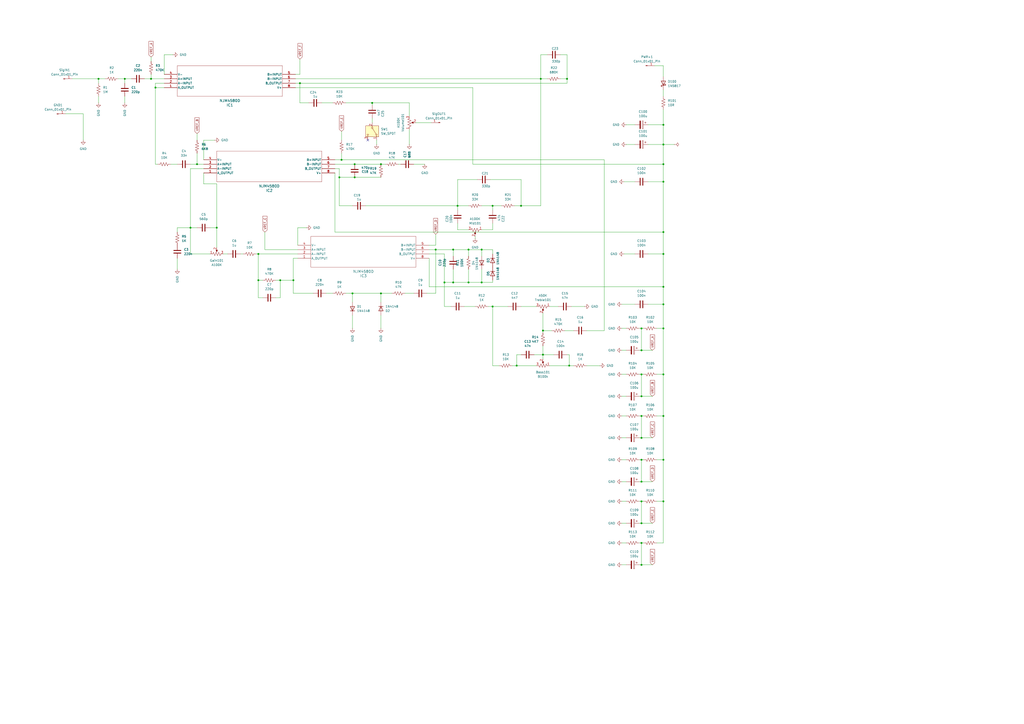
<source format=kicad_sch>
(kicad_sch (version 20250114) (generator "eeschema") (generator_version "9.0")
  (paper "A2")
  (junction (at 372.11 303.53))
  (junction (at 384.81 134.62))
  (junction (at 384.81 217.17))
  (junction (at 384.81 147.32))
  (junction (at 302.26 119.38))
  (junction (at 90.17 50.8))
  (junction (at 173.99 48.26))
  (junction (at 384.81 166.37))
  (junction (at 384.81 190.5))
  (junction (at 205.74 102.87))
  (junction (at 372.11 290.83))
  (junction (at 384.81 290.83))
  (junction (at 125.73 132.08))
  (junction (at 204.47 170.18))
  (junction (at 314.96 205.74))
  (junction (at 372.11 266.7))
  (junction (at 384.81 241.3))
  (junction (at 372.11 241.3))
  (junction (at 372.11 254))
  (junction (at 205.74 95.25))
  (junction (at 110.49 132.08))
  (junction (at 279.4 163.83))
  (junction (at 314.96 191.77))
  (junction (at 384.81 266.7))
  (junction (at 265.43 119.38))
  (junction (at 279.4 144.78))
  (junction (at 162.56 162.56))
  (junction (at 372.11 190.5))
  (junction (at 252.73 144.78))
  (junction (at 384.81 83.82))
  (junction (at 271.78 163.83))
  (junction (at 384.81 105.41))
  (junction (at 262.89 163.83))
  (junction (at 372.11 314.96))
  (junction (at 271.78 144.78))
  (junction (at 220.98 95.25))
  (junction (at 57.15 45.72))
  (junction (at 114.3 95.25))
  (junction (at 257.81 163.83))
  (junction (at 372.11 229.87))
  (junction (at 285.75 119.38))
  (junction (at 384.81 95.25))
  (junction (at 372.11 203.2))
  (junction (at 330.2 212.09))
  (junction (at 372.11 327.66))
  (junction (at 72.39 45.72))
  (junction (at 285.75 177.8))
  (junction (at 372.11 217.17))
  (junction (at 384.81 72.39))
  (junction (at 87.63 45.72))
  (junction (at 328.93 45.72))
  (junction (at 220.98 170.18))
  (junction (at 313.69 45.72))
  (junction (at 372.11 279.4))
  (junction (at 215.9 59.69))
  (junction (at 196.85 102.87))
  (junction (at 149.86 162.56))
  (junction (at 299.72 212.09))
  (junction (at 262.89 144.78))
  (junction (at 198.12 92.71))
  (junction (at 170.18 162.56))
  (junction (at 149.86 147.32))
  (junction (at 384.81 176.53))
  (no_connect (at 213.36 81.28))
  (wire (pts (xy 200.66 170.18) (xy 204.47 170.18)))
  (wire (pts (xy 375.92 83.82) (xy 384.81 83.82)))
  (wire (pts (xy 370.84 229.87) (xy 372.11 229.87)))
  (wire (pts (xy 381 241.3) (xy 384.81 241.3)))
  (wire (pts (xy 384.81 166.37) (xy 248.92 166.37)))
  (wire (pts (xy 331.47 177.8) (xy 339.09 177.8)))
  (wire (pts (xy 360.68 217.17) (xy 363.22 217.17)))
  (wire (pts (xy 173.99 59.69) (xy 173.99 48.26)))
  (wire (pts (xy 252.73 135.89) (xy 252.73 142.24)))
  (wire (pts (xy 375.92 176.53) (xy 384.81 176.53)))
  (wire (pts (xy 252.73 144.78) (xy 262.89 144.78)))
  (wire (pts (xy 360.68 176.53) (xy 368.3 176.53)))
  (wire (pts (xy 372.11 290.83) (xy 373.38 290.83)))
  (wire (pts (xy 257.81 147.32) (xy 257.81 163.83)))
  (wire (pts (xy 153.67 134.62) (xy 153.67 144.78)))
  (wire (pts (xy 271.78 156.21) (xy 271.78 163.83)))
  (wire (pts (xy 318.77 177.8) (xy 323.85 177.8)))
  (wire (pts (xy 265.43 129.54) (xy 265.43 133.35)))
  (wire (pts (xy 275.59 137.16) (xy 275.59 138.43)))
  (wire (pts (xy 313.69 45.72) (xy 313.69 119.38)))
  (wire (pts (xy 340.36 212.09) (xy 347.98 212.09)))
  (wire (pts (xy 215.9 59.69) (xy 237.49 59.69)))
  (wire (pts (xy 257.81 163.83) (xy 257.81 177.8)))
  (wire (pts (xy 148.59 147.32) (xy 149.86 147.32)))
  (wire (pts (xy 234.95 170.18) (xy 240.03 170.18)))
  (wire (pts (xy 220.98 170.18) (xy 220.98 175.26)))
  (wire (pts (xy 205.74 95.25) (xy 220.98 95.25)))
  (wire (pts (xy 330.2 205.74) (xy 330.2 212.09)))
  (wire (pts (xy 372.11 303.53) (xy 372.11 290.83)))
  (wire (pts (xy 313.69 45.72) (xy 317.5 45.72)))
  (wire (pts (xy 198.12 76.2) (xy 198.12 81.28)))
  (wire (pts (xy 205.74 102.87) (xy 220.98 102.87)))
  (wire (pts (xy 162.56 172.72) (xy 160.02 172.72)))
  (wire (pts (xy 328.93 31.75) (xy 325.12 31.75)))
  (wire (pts (xy 172.72 132.08) (xy 177.8 132.08)))
  (wire (pts (xy 271.78 163.83) (xy 262.89 163.83)))
  (wire (pts (xy 372.11 203.2) (xy 378.46 203.2)))
  (wire (pts (xy 72.39 45.72) (xy 76.2 45.72)))
  (wire (pts (xy 68.58 45.72) (xy 72.39 45.72)))
  (wire (pts (xy 90.17 95.25) (xy 91.44 95.25)))
  (wire (pts (xy 118.11 106.68) (xy 125.73 106.68)))
  (wire (pts (xy 375.92 147.32) (xy 384.81 147.32)))
  (wire (pts (xy 252.73 144.78) (xy 248.92 144.78)))
  (wire (pts (xy 384.81 72.39) (xy 384.81 83.82)))
  (wire (pts (xy 262.89 163.83) (xy 257.81 163.83)))
  (wire (pts (xy 370.84 290.83) (xy 372.11 290.83)))
  (wire (pts (xy 360.68 190.5) (xy 363.22 190.5)))
  (wire (pts (xy 309.88 205.74) (xy 314.96 205.74)))
  (wire (pts (xy 186.69 59.69) (xy 193.04 59.69)))
  (wire (pts (xy 372.11 217.17) (xy 373.38 217.17)))
  (wire (pts (xy 285.75 133.35) (xy 285.75 129.54)))
  (wire (pts (xy 271.78 144.78) (xy 271.78 148.59)))
  (wire (pts (xy 173.99 34.29) (xy 173.99 43.18)))
  (wire (pts (xy 248.92 166.37) (xy 248.92 149.86)))
  (wire (pts (xy 149.86 162.56) (xy 149.86 147.32)))
  (wire (pts (xy 274.32 50.8) (xy 171.45 50.8)))
  (wire (pts (xy 372.11 254) (xy 378.46 254)))
  (wire (pts (xy 172.72 149.86) (xy 170.18 149.86)))
  (wire (pts (xy 372.11 327.66) (xy 378.46 327.66)))
  (wire (pts (xy 279.4 133.35) (xy 285.75 133.35)))
  (wire (pts (xy 173.99 48.26) (xy 171.45 48.26)))
  (wire (pts (xy 265.43 119.38) (xy 265.43 121.92)))
  (wire (pts (xy 360.68 254) (xy 363.22 254)))
  (wire (pts (xy 360.68 241.3) (xy 363.22 241.3)))
  (wire (pts (xy 317.5 31.75) (xy 313.69 31.75)))
  (wire (pts (xy 279.4 156.21) (xy 279.4 163.83)))
  (wire (pts (xy 370.84 241.3) (xy 372.11 241.3)))
  (wire (pts (xy 363.22 83.82) (xy 368.3 83.82)))
  (wire (pts (xy 314.96 191.77) (xy 314.96 193.04)))
  (wire (pts (xy 299.72 212.09) (xy 297.18 212.09)))
  (wire (pts (xy 384.81 83.82) (xy 384.81 95.25)))
  (wire (pts (xy 360.68 229.87) (xy 363.22 229.87)))
  (wire (pts (xy 194.31 95.25) (xy 205.74 95.25)))
  (wire (pts (xy 57.15 45.72) (xy 57.15 48.26)))
  (wire (pts (xy 279.4 144.78) (xy 285.75 144.78)))
  (wire (pts (xy 110.49 95.25) (xy 114.3 95.25)))
  (wire (pts (xy 370.84 190.5) (xy 372.11 190.5)))
  (wire (pts (xy 110.49 147.32) (xy 110.49 132.08)))
  (wire (pts (xy 360.68 279.4) (xy 363.22 279.4)))
  (wire (pts (xy 370.84 303.53) (xy 372.11 303.53)))
  (wire (pts (xy 279.4 119.38) (xy 285.75 119.38)))
  (wire (pts (xy 285.75 162.56) (xy 285.75 163.83)))
  (wire (pts (xy 372.11 203.2) (xy 372.11 190.5)))
  (wire (pts (xy 318.77 212.09) (xy 330.2 212.09)))
  (wire (pts (xy 299.72 212.09) (xy 311.15 212.09)))
  (wire (pts (xy 328.93 48.26) (xy 173.99 48.26)))
  (wire (pts (xy 370.84 327.66) (xy 372.11 327.66)))
  (wire (pts (xy 194.31 134.62) (xy 194.31 100.33)))
  (wire (pts (xy 194.31 97.79) (xy 196.85 97.79)))
  (wire (pts (xy 179.07 59.69) (xy 173.99 59.69)))
  (wire (pts (xy 271.78 144.78) (xy 279.4 144.78)))
  (wire (pts (xy 381 266.7) (xy 384.81 266.7)))
  (wire (pts (xy 285.75 163.83) (xy 279.4 163.83)))
  (wire (pts (xy 220.98 182.88) (xy 220.98 190.5)))
  (wire (pts (xy 384.81 105.41) (xy 384.81 134.62)))
  (wire (pts (xy 170.18 162.56) (xy 170.18 170.18)))
  (wire (pts (xy 302.26 119.38) (xy 298.45 119.38)))
  (wire (pts (xy 83.82 45.72) (xy 87.63 45.72)))
  (wire (pts (xy 372.11 327.66) (xy 372.11 314.96)))
  (wire (pts (xy 241.3 71.12) (xy 250.19 71.12)))
  (wire (pts (xy 162.56 162.56) (xy 162.56 172.72)))
  (wire (pts (xy 90.17 50.8) (xy 90.17 95.25)))
  (wire (pts (xy 57.15 45.72) (xy 60.96 45.72)))
  (wire (pts (xy 350.52 191.77) (xy 350.52 92.71)))
  (wire (pts (xy 257.81 177.8) (xy 261.62 177.8)))
  (wire (pts (xy 189.23 170.18) (xy 193.04 170.18)))
  (wire (pts (xy 384.81 241.3) (xy 384.81 266.7)))
  (wire (pts (xy 215.9 68.58) (xy 215.9 71.12)))
  (wire (pts (xy 384.81 290.83) (xy 384.81 314.96)))
  (wire (pts (xy 370.84 203.2) (xy 372.11 203.2)))
  (wire (pts (xy 200.66 59.69) (xy 215.9 59.69)))
  (wire (pts (xy 102.87 132.08) (xy 102.87 134.62)))
  (wire (pts (xy 118.11 100.33) (xy 118.11 106.68)))
  (wire (pts (xy 325.12 45.72) (xy 328.93 45.72)))
  (wire (pts (xy 350.52 92.71) (xy 198.12 92.71)))
  (wire (pts (xy 279.4 163.83) (xy 271.78 163.83)))
  (wire (pts (xy 265.43 119.38) (xy 271.78 119.38)))
  (wire (pts (xy 299.72 205.74) (xy 299.72 212.09)))
  (wire (pts (xy 90.17 48.26) (xy 90.17 50.8)))
  (wire (pts (xy 114.3 88.9) (xy 114.3 95.25)))
  (wire (pts (xy 361.95 105.41) (xy 368.3 105.41)))
  (wire (pts (xy 95.25 48.26) (xy 90.17 48.26)))
  (wire (pts (xy 87.63 43.18) (xy 87.63 45.72)))
  (wire (pts (xy 313.69 31.75) (xy 313.69 45.72)))
  (wire (pts (xy 370.84 266.7) (xy 372.11 266.7)))
  (wire (pts (xy 171.45 45.72) (xy 313.69 45.72)))
  (wire (pts (xy 283.21 177.8) (xy 285.75 177.8)))
  (wire (pts (xy 372.11 266.7) (xy 373.38 266.7)))
  (wire (pts (xy 370.84 279.4) (xy 372.11 279.4)))
  (wire (pts (xy 370.84 217.17) (xy 372.11 217.17)))
  (wire (pts (xy 231.14 95.25) (xy 232.41 95.25)))
  (wire (pts (xy 149.86 147.32) (xy 172.72 147.32)))
  (wire (pts (xy 381 217.17) (xy 384.81 217.17)))
  (wire (pts (xy 360.68 203.2) (xy 363.22 203.2)))
  (wire (pts (xy 276.86 104.14) (xy 265.43 104.14)))
  (wire (pts (xy 262.89 148.59) (xy 262.89 144.78)))
  (wire (pts (xy 110.49 97.79) (xy 110.49 132.08)))
  (wire (pts (xy 162.56 162.56) (xy 170.18 162.56)))
  (wire (pts (xy 102.87 132.08) (xy 110.49 132.08)))
  (wire (pts (xy 384.81 190.5) (xy 384.81 176.53)))
  (wire (pts (xy 102.87 149.86) (xy 102.87 156.21)))
  (wire (pts (xy 139.7 147.32) (xy 140.97 147.32)))
  (wire (pts (xy 285.75 177.8) (xy 294.64 177.8)))
  (wire (pts (xy 372.11 314.96) (xy 373.38 314.96)))
  (wire (pts (xy 204.47 182.88) (xy 204.47 190.5)))
  (wire (pts (xy 72.39 45.72) (xy 72.39 48.26)))
  (wire (pts (xy 72.39 55.88) (xy 72.39 59.69)))
  (wire (pts (xy 302.26 205.74) (xy 299.72 205.74)))
  (wire (pts (xy 314.96 205.74) (xy 314.96 208.28)))
  (wire (pts (xy 285.75 119.38) (xy 290.83 119.38)))
  (wire (pts (xy 375.92 105.41) (xy 384.81 105.41)))
  (wire (pts (xy 252.73 170.18) (xy 252.73 144.78)))
  (wire (pts (xy 384.81 95.25) (xy 274.32 95.25)))
  (wire (pts (xy 262.89 144.78) (xy 271.78 144.78)))
  (wire (pts (xy 384.81 38.1) (xy 384.81 44.45)))
  (wire (pts (xy 125.73 132.08) (xy 121.92 132.08)))
  (wire (pts (xy 314.96 191.77) (xy 320.04 191.77)))
  (wire (pts (xy 118.11 81.28) (xy 124.46 81.28)))
  (wire (pts (xy 170.18 170.18) (xy 181.61 170.18)))
  (wire (pts (xy 215.9 59.69) (xy 215.9 60.96)))
  (wire (pts (xy 384.81 134.62) (xy 194.31 134.62)))
  (wire (pts (xy 114.3 132.08) (xy 110.49 132.08)))
  (wire (pts (xy 384.81 166.37) (xy 384.81 176.53)))
  (wire (pts (xy 381 290.83) (xy 384.81 290.83)))
  (wire (pts (xy 360.68 290.83) (xy 363.22 290.83)))
  (wire (pts (xy 384.81 105.41) (xy 384.81 95.25)))
  (wire (pts (xy 218.44 81.28) (xy 218.44 83.82)))
  (wire (pts (xy 340.36 191.77) (xy 350.52 191.77)))
  (wire (pts (xy 246.38 95.25) (xy 240.03 95.25)))
  (wire (pts (xy 173.99 43.18) (xy 171.45 43.18)))
  (wire (pts (xy 247.65 170.18) (xy 252.73 170.18)))
  (wire (pts (xy 381 190.5) (xy 384.81 190.5)))
  (wire (pts (xy 118.11 97.79) (xy 110.49 97.79)))
  (wire (pts (xy 198.12 92.71) (xy 194.31 92.71)))
  (wire (pts (xy 204.47 170.18) (xy 204.47 175.26)))
  (wire (pts (xy 252.73 142.24) (xy 248.92 142.24)))
  (wire (pts (xy 196.85 119.38) (xy 204.47 119.38)))
  (wire (pts (xy 95.25 50.8) (xy 90.17 50.8)))
  (wire (pts (xy 384.81 63.5) (xy 384.81 72.39)))
  (wire (pts (xy 237.49 74.93) (xy 237.49 83.82)))
  (wire (pts (xy 361.95 147.32) (xy 368.3 147.32)))
  (wire (pts (xy 327.66 191.77) (xy 332.74 191.77)))
  (wire (pts (xy 289.56 212.09) (xy 285.75 212.09)))
  (wire (pts (xy 152.4 162.56) (xy 149.86 162.56)))
  (wire (pts (xy 330.2 212.09) (xy 332.74 212.09)))
  (wire (pts (xy 99.06 95.25) (xy 102.87 95.25)))
  (wire (pts (xy 328.93 45.72) (xy 328.93 31.75)))
  (wire (pts (xy 100.33 31.75) (xy 95.25 31.75)))
  (wire (pts (xy 279.4 144.78) (xy 279.4 148.59)))
  (wire (pts (xy 149.86 172.72) (xy 149.86 162.56)))
  (wire (pts (xy 384.81 147.32) (xy 384.81 166.37)))
  (wire (pts (xy 95.25 31.75) (xy 95.25 43.18)))
  (wire (pts (xy 360.68 303.53) (xy 363.22 303.53)))
  (wire (pts (xy 237.49 59.69) (xy 237.49 67.31)))
  (wire (pts (xy 372.11 303.53) (xy 378.46 303.53)))
  (wire (pts (xy 363.22 72.39) (xy 368.3 72.39)))
  (wire (pts (xy 87.63 33.02) (xy 87.63 35.56)))
  (wire (pts (xy 302.26 177.8) (xy 311.15 177.8)))
  (wire (pts (xy 372.11 229.87) (xy 378.46 229.87)))
  (wire (pts (xy 372.11 229.87) (xy 372.11 217.17)))
  (wire (pts (xy 248.92 147.32) (xy 257.81 147.32)))
  (wire (pts (xy 372.11 279.4) (xy 372.11 266.7)))
  (wire (pts (xy 196.85 102.87) (xy 205.74 102.87)))
  (wire (pts (xy 172.72 142.24) (xy 172.72 132.08)))
  (wire (pts (xy 314.96 200.66) (xy 314.96 205.74)))
  (wire (pts (xy 38.1 66.04) (xy 48.26 66.04)))
  (wire (pts (xy 372.11 241.3) (xy 373.38 241.3)))
  (wire (pts (xy 204.47 170.18) (xy 220.98 170.18)))
  (wire (pts (xy 114.3 77.47) (xy 114.3 81.28)))
  (wire (pts (xy 220.98 95.25) (xy 223.52 95.25)))
  (wire (pts (xy 125.73 106.68) (xy 125.73 132.08)))
  (wire (pts (xy 370.84 314.96) (xy 372.11 314.96)))
  (wire (pts (xy 284.48 104.14) (xy 302.26 104.14)))
  (wire (pts (xy 379.73 38.1) (xy 384.81 38.1)))
  (wire (pts (xy 381 314.96) (xy 384.81 314.96)))
  (wire (pts (xy 384.81 72.39) (xy 375.92 72.39)))
  (wire (pts (xy 328.93 45.72) (xy 328.93 48.26)))
  (wire (pts (xy 41.91 45.72) (xy 57.15 45.72)))
  (wire (pts (xy 384.81 266.7) (xy 384.81 290.83)))
  (wire (pts (xy 372.11 279.4) (xy 378.46 279.4)))
  (wire (pts (xy 152.4 172.72) (xy 149.86 172.72)))
  (wire (pts (xy 220.98 170.18) (xy 227.33 170.18)))
  (wire (pts (xy 57.15 55.88) (xy 57.15 59.69)))
  (wire (pts (xy 121.92 147.32) (xy 110.49 147.32)))
  (wire (pts (xy 48.26 66.04) (xy 48.26 81.28)))
  (wire (pts (xy 196.85 97.79) (xy 196.85 102.87)))
  (wire (pts (xy 360.68 266.7) (xy 363.22 266.7)))
  (wire (pts (xy 314.96 181.61) (xy 314.96 191.77)))
  (wire (pts (xy 285.75 119.38) (xy 285.75 121.92)))
  (wire (pts (xy 360.68 327.66) (xy 363.22 327.66)))
  (wire (pts (xy 370.84 254) (xy 372.11 254)))
  (wire (pts (xy 269.24 177.8) (xy 275.59 177.8)))
  (wire (pts (xy 87.63 45.72) (xy 95.25 45.72)))
  (wire (pts (xy 153.67 144.78) (xy 172.72 144.78)))
  (wire (pts (xy 265.43 133.35) (xy 271.78 133.35)))
  (wire (pts (xy 360.68 314.96) (xy 363.22 314.96)))
  (wire (pts (xy 372.11 254) (xy 372.11 241.3)))
  (wire (pts (xy 372.11 190.5) (xy 373.38 190.5)))
  (wire (pts (xy 129.54 147.32) (xy 132.08 147.32)))
  (wire (pts (xy 160.02 162.56) (xy 162.56 162.56)))
  (wire (pts (xy 274.32 95.25) (xy 274.32 50.8)))
  (wire (pts (xy 196.85 102.87) (xy 196.85 119.38)))
  (wire (pts (xy 125.73 132.08) (xy 125.73 143.51)))
  (wire (pts (xy 285.75 212.09) (xy 285.75 177.8)))
  (wire (pts (xy 384.81 190.5) (xy 384.81 217.17)))
  (wire (pts (xy 262.89 156.21) (xy 262.89 163.83)))
  (wire (pts (xy 170.18 149.86) (xy 170.18 162.56)))
  (wire (pts (xy 384.81 217.17) (xy 384.81 241.3)))
  (wire (pts (xy 198.12 88.9) (xy 198.12 92.71)))
  (wire (pts (xy 212.09 119.38) (xy 265.43 119.38)))
  (wire (pts (xy 384.81 134.62) (xy 384.81 147.32)))
  (wire (pts (xy 314.96 205.74) (xy 321.31 205.74)))
  (wire (pts (xy 302.26 104.14) (xy 302.26 119.38)))
  (wire (pts (xy 384.81 83.82) (xy 391.16 83.82)))
  (wire (pts (xy 265.43 104.14) (xy 265.43 119.38)))
  (wire (pts (xy 384.81 52.07) (xy 384.81 55.88)))
  (wire (pts (xy 285.75 144.78) (xy 285.75 147.32)))
  (wire (pts (xy 328.93 205.74) (xy 330.2 205.74)))
  (wire (pts (xy 114.3 95.25) (xy 118.11 95.25)))
  (wire (pts (xy 118.11 92.71) (xy 118.11 81.28)))
  (wire (pts (xy 302.26 119.38) (xy 313.69 119.38)))
  (global_label "VREF_E" (shape input) (at 198.12 76.2 90) (property "Intersheetrefs" "${INTERSHEET_REFS}" (effects (hide yes))))
  (global_label "VREF_D" (shape input) (at 378.46 279.4 90) (property "Intersheetrefs" "${INTERSHEET_REFS}" (effects (hide yes))))
  (global_label "VREF_A" (shape input) (at 87.63 33.02 90) (property "Intersheetrefs" "${INTERSHEET_REFS}" (effects (hide yes))))
  (global_label "VREF_D" (shape input) (at 252.73 135.89 90) (property "Intersheetrefs" "${INTERSHEET_REFS}" (effects (hide yes))))
  (global_label "VREF_C" (shape input) (at 378.46 254 90) (property "Intersheetrefs" "${INTERSHEET_REFS}" (effects (hide yes))))
  (global_label "VREF_E" (shape input) (at 378.46 303.53 90) (property "Intersheetrefs" "${INTERSHEET_REFS}" (effects (hide yes))))
  (global_label "VREF_F" (shape input) (at 173.99 34.29 90) (property "Intersheetrefs" "${INTERSHEET_REFS}" (effects (hide yes))))
  (global_label "VREF_A" (shape input) (at 378.46 203.2 90) (property "Intersheetrefs" "${INTERSHEET_REFS}" (effects (hide yes))))
  (global_label "VREF_F" (shape input) (at 378.46 327.66 90) (property "Intersheetrefs" "${INTERSHEET_REFS}" (effects (hide yes))))
  (global_label "VREF_C" (shape input) (at 153.67 134.62 90) (property "Intersheetrefs" "${INTERSHEET_REFS}" (effects (hide yes))))
  (global_label "VREF_B" (shape input) (at 378.46 229.87 90) (property "Intersheetrefs" "${INTERSHEET_REFS}" (effects (hide yes))))
  (global_label "VREF_B" (shape input) (at 114.3 77.47 90) (property "Intersheetrefs" "${INTERSHEET_REFS}" (effects (hide yes))))
  (symbol (lib_id "Device:R_Potentiometer_US") (at 314.96 177.8 270) (unit 1)
    (property "Reference" "Treble101" (at 314.96 173.99 90))
    (property "Value" "A50K" (at 314.96 171.45 90))
    (property "Footprint" "_MB_potentiometers:16MM_PADS.2" (effects (hide yes)))
    (property "Description" "Potentiometer, US symbol" (effects (hide yes)))
  )
  (symbol (lib_id "power:GND") (at 124.46 81.28 90) (unit 1)
    (property "Reference" "#PWR0105" (effects (hide yes)))
    (property "Value" "GND" (at 128.27 81.2799 90) (effects (justify right)))
    (property "Description" "Power symbol creates a global label with name \"GND\" , ground" (effects (hide yes)))
  )
  (symbol (lib_id "Device:C") (at 102.87 146.05 180) (unit 1)
    (property "Reference" "C3" (at 106.68 144.7799 0) (effects (justify right)))
    (property "Value" "220n" (at 106.68 147.3199 0) (effects (justify right)))
    (property "Footprint" "_MB_caps-film:5mm_1n-300n" (effects (hide yes)))
    (property "Description" "Unpolarized capacitor" (effects (hide yes)))
  )
  (symbol (lib_id "power:GND") (at 360.68 176.53 270) (unit 1)
    (property "Reference" "#PWR0108" (effects (hide yes)))
    (property "Value" "GND" (at 356.87 176.5299 90) (effects (justify right)))
    (property "Description" "Power symbol creates a global label with name \"GND\" , ground" (effects (hide yes)))
  )
  (symbol (lib_id "power:GND") (at 360.68 217.17 270) (unit 1)
    (property "Reference" "#PWR0111" (effects (hide yes)))
    (property "Value" "GND" (at 356.87 217.1699 90) (effects (justify right)))
    (property "Description" "Power symbol creates a global label with name \"GND\" , ground" (effects (hide yes)))
  )
  (symbol (lib_id "power:GND") (at 360.68 279.4 270) (unit 1)
    (property "Reference" "#PWR0116" (effects (hide yes)))
    (property "Value" "GND" (at 356.87 279.3999 90) (effects (justify right)))
    (property "Description" "Power symbol creates a global label with name \"GND\" , ground" (effects (hide yes)))
  )
  (symbol (lib_id "power:GND") (at 360.68 327.66 270) (unit 1)
    (property "Reference" "#PWR0120" (effects (hide yes)))
    (property "Value" "GND" (at 356.87 327.6599 90) (effects (justify right)))
    (property "Description" "Power symbol creates a global label with name \"GND\" , ground" (effects (hide yes)))
  )
  (symbol (lib_id "Device:C_Polarized") (at 372.11 72.39 270) (unit 1)
    (property "Reference" "C100" (at 372.999 64.77 90))
    (property "Value" "100u" (at 372.999 67.31 90))
    (property "Footprint" "_MB_caps-elec:0503" (effects (hide yes)))
    (property "Description" "Polarized capacitor" (effects (hide yes)))
  )
  (symbol (lib_id "Device:C_Polarized") (at 367.03 229.87 270) (unit 1)
    (property "Reference" "C106" (at 367.919 222.25 90))
    (property "Value" "100u" (at 367.919 224.79 90))
    (property "Footprint" "_MB_caps-elec:0503" (effects (hide yes)))
    (property "Description" "Polarized capacitor" (effects (hide yes)))
  )
  (symbol (lib_id "power:GND") (at 363.22 72.39 270) (unit 1)
    (property "Reference" "#PWR016" (effects (hide yes)))
    (property "Value" "GND" (at 359.41 72.3899 90) (effects (justify right)))
    (property "Description" "Power symbol creates a global label with name \"GND\" , ground" (effects (hide yes)))
  )
  (symbol (lib_id "power:GND") (at 177.8 132.08 90) (unit 1)
    (property "Reference" "#PWR0106" (effects (hide yes)))
    (property "Value" "GND" (at 181.61 132.0799 90) (effects (justify right)))
    (property "Description" "Power symbol creates a global label with name \"GND\" , ground" (effects (hide yes)))
  )
  (symbol (lib_id "power:GND") (at 360.68 314.96 270) (unit 1)
    (property "Reference" "#PWR0119" (effects (hide yes)))
    (property "Value" "GND" (at 356.87 314.9599 90) (effects (justify right)))
    (property "Description" "Power symbol creates a global label with name \"GND\" , ground" (effects (hide yes)))
  )
  (symbol (lib_id "power:GND") (at 100.33 31.75 90) (unit 1)
    (property "Reference" "#PWR0102" (effects (hide yes)))
    (property "Value" "GND" (at 104.14 31.7499 90) (effects (justify right)))
    (property "Description" "Power symbol creates a global label with name \"GND\" , ground" (effects (hide yes)))
  )
  (symbol (lib_id "Device:R_US") (at 279.4 177.8 90) (mirror x) (unit 1)
    (property "Reference" "R12" (at 279.4 171.45 90))
    (property "Value" "1K" (at 279.4 173.99 90))
    (property "Footprint" "_MB_resistors:0.3%22.B" (effects (hide yes)))
    (property "Description" "Resistor, US symbol" (effects (hide yes)))
  )
  (symbol (lib_id "Device:R_US") (at 198.12 85.09 0) (mirror y) (unit 1)
    (property "Reference" "R17" (at 200.66 83.8199 0) (effects (justify right)))
    (property "Value" "470K" (at 200.66 86.3599 0) (effects (justify right)))
    (property "Footprint" "_MB_resistors:0.3%22.B" (effects (hide yes)))
    (property "Description" "Resistor, US symbol" (effects (hide yes)))
  )
  (symbol (lib_id "Device:R_US") (at 275.59 119.38 90) (mirror x) (unit 1)
    (property "Reference" "R20" (at 275.59 113.03 90))
    (property "Value" "33K" (at 275.59 115.57 90))
    (property "Footprint" "_MB_resistors:0.4%22" (effects (hide yes)))
    (property "Description" "Resistor, US symbol" (effects (hide yes)))
  )
  (symbol (lib_id "Device:R_US") (at 87.63 39.37 0) (unit 1)
    (property "Reference" "R3" (at 90.17 38.0999 0) (effects (justify left)))
    (property "Value" "470K" (at 90.17 40.6399 0) (effects (justify left)))
    (property "Footprint" "_MB_resistors:0.3%22.B" (effects (hide yes)))
    (property "Description" "Resistor, US symbol" (effects (hide yes)))
  )
  (symbol (lib_id "Device:C") (at 327.66 177.8 90) (mirror x) (unit 1)
    (property "Reference" "C15" (at 327.66 170.18 90))
    (property "Value" "47n" (at 327.66 172.72 90))
    (property "Footprint" "Capacitor_THT:C_Axial_L17.0mm_D6.5mm_P20.00mm_Horizontal" (effects (hide yes)))
    (property "Description" "Unpolarized capacitor" (effects (hide yes)))
  )
  (symbol (lib_id "power:GND") (at 361.95 147.32 270) (unit 1)
    (property "Reference" "#PWR0107" (effects (hide yes)))
    (property "Value" "GND" (at 358.14 147.3199 90) (effects (justify right)))
    (property "Description" "Power symbol creates a global label with name \"GND\" , ground" (effects (hide yes)))
  )
  (symbol (lib_id "Device:C") (at 280.67 104.14 90) (unit 1)
    (property "Reference" "C21" (at 279.4 100.584 90) (effects (justify right)))
    (property "Value" "330p" (at 279.4001 107.95 90) (effects (justify right)))
    (property "Footprint" "_MB_caps-film:7.62mm" (effects (hide yes)))
    (property "Description" "Unpolarized capacitor" (effects (hide yes)))
  )
  (symbol (lib_id "Device:R_US") (at 156.21 162.56 270) (unit 1)
    (property "Reference" "R8" (at 156.21 156.21 90))
    (property "Value" "470K" (at 156.21 158.75 90))
    (property "Footprint" "_MB_resistors:0.3%22.B" (effects (hide yes)))
    (property "Description" "Resistor, US symbol" (effects (hide yes)))
  )
  (symbol (lib_id "Device:R_US") (at 336.55 212.09 90) (mirror x) (unit 1)
    (property "Reference" "R16" (at 336.55 205.74 90))
    (property "Value" "1K" (at 336.55 208.28 90))
    (property "Footprint" "_MB_resistors:0.3%22.B" (effects (hide yes)))
    (property "Description" "Resistor, US symbol" (effects (hide yes)))
  )
  (symbol (lib_id "Device:C") (at 135.89 147.32 270) (unit 1)
    (property "Reference" "C6" (at 135.89 139.7 90))
    (property "Value" "1u" (at 135.89 142.24 90))
    (property "Footprint" "Capacitor_THT:C_Axial_L12.0mm_D6.5mm_P15.00mm_Horizontal" (effects (hide yes)))
    (property "Description" "Unpolarized capacitor" (effects (hide yes)))
  )
  (symbol (lib_id "Connector:Conn_01x01_Pin") (at 36.83 45.72 0) (unit 1)
    (property "Reference" "SigIN1" (at 37.465 40.64 0))
    (property "Value" "Conn_01x01_Pin" (at 37.465 43.18 0))
    (property "Footprint" "_MB_supply_pins:PAD3" (effects (hide yes)))
    (property "Description" "Generic connector, single row, 01x01, script generated" (effects (hide yes)))
  )
  (symbol (lib_id "Device:R_US") (at 64.77 45.72 270) (unit 1)
    (property "Reference" "R2" (at 64.77 39.37 90))
    (property "Value" "1K" (at 64.77 41.91 90))
    (property "Footprint" "_MB_resistors:0.3%22.B" (effects (hide yes)))
    (property "Description" "Resistor, US symbol" (effects (hide yes)))
  )
  (symbol (lib_id "Device:R_US") (at 384.81 59.69 180) (unit 1)
    (property "Reference" "R101" (at 387.35 58.4199 0) (effects (justify right)))
    (property "Value" "10R" (at 387.35 60.9599 0) (effects (justify right)))
    (property "Footprint" "_MB_resistors:0.3%22.B" (effects (hide yes)))
    (property "Description" "Resistor, US symbol" (effects (hide yes)))
  )
  (symbol (lib_id "Device:R_US") (at 102.87 138.43 180) (unit 1)
    (property "Reference" "R5" (at 105.41 137.1599 0) (effects (justify right)))
    (property "Value" "1K" (at 105.41 139.6999 0) (effects (justify right)))
    (property "Footprint" "_MB_resistors:0.3%22.B" (effects (hide yes)))
    (property "Description" "Resistor, US symbol" (effects (hide yes)))
  )
  (symbol (lib_id "power:GND") (at 360.68 203.2 270) (unit 1)
    (property "Reference" "#PWR0110" (effects (hide yes)))
    (property "Value" "GND" (at 356.87 203.1999 90) (effects (justify right)))
    (property "Description" "Power symbol creates a global label with name \"GND\" , ground" (effects (hide yes)))
  )
  (symbol (lib_id "Device:R_US") (at 220.98 99.06 0) (mirror x) (unit 1)
    (property "Reference" "R19" (at 218.44 97.7899 0) (effects (justify right)))
    (property "Value" "47K" (at 218.44 100.3299 0) (effects (justify right)))
    (property "Footprint" "_MB_resistors:0.3%22.B" (effects (hide yes)))
    (property "Description" "Resistor, US symbol" (effects (hide yes)))
  )
  (symbol (lib_id "Device:C") (at 182.88 59.69 270) (unit 1)
    (property "Reference" "C24" (at 183.642 53.594 90) (effects (justify right)))
    (property "Value" "1u" (at 184.1499 55.88 90) (effects (justify right)))
    (property "Footprint" "Capacitor_THT:C_Axial_L12.0mm_D6.5mm_P15.00mm_Horizontal" (effects (hide yes)))
    (property "Description" "Unpolarized capacitor" (effects (hide yes)))
  )
  (symbol (lib_id "Diode:1N4148") (at 220.98 179.07 90) (mirror x) (unit 1)
    (property "Reference" "D2" (at 223.52 180.3401 90) (effects (justify right)))
    (property "Value" "1N4148" (at 223.52 177.8001 90) (effects (justify right)))
    (property "Footprint" "_MB_diodes:DO41-2" (effects (hide yes)))
    (property "Datasheet" "https://assets.nexperia.com/documents/data-sheet/1N4148_1N4448.pdf" (effects (hide yes)))
    (property "Description" "100V 0.15A standard switching diode, DO-35" (effects (hide yes)))
    (property "Sim.Device" "D" (effects (hide yes)))
    (property "Sim.Pins" "1=K 2=A" (effects (hide yes)))
  )
  (symbol (lib_id "Device:R_US") (at 377.19 241.3 90) (mirror x) (unit 1)
    (property "Reference" "R106" (at 377.19 234.95 90))
    (property "Value" "10K" (at 377.19 237.49 90))
    (property "Footprint" "_MB_resistors:0.5%22" (effects (hide yes)))
    (property "Description" "Resistor, US symbol" (effects (hide yes)))
  )
  (symbol (lib_id "Device:R_US") (at 377.19 314.96 90) (mirror x) (unit 1)
    (property "Reference" "R112" (at 377.19 308.61 90))
    (property "Value" "10K" (at 377.19 311.15 90))
    (property "Footprint" "_MB_resistors:0.5%22" (effects (hide yes)))
    (property "Description" "Resistor, US symbol" (effects (hide yes)))
  )
  (symbol (lib_id "power:GND") (at 339.09 177.8 90) (mirror x) (unit 1)
    (property "Reference" "#PWR0121" (effects (hide yes)))
    (property "Value" "GND" (at 342.9 177.7999 90) (effects (justify right)))
    (property "Description" "Power symbol creates a global label with name \"GND\" , ground" (effects (hide yes)))
  )
  (symbol (lib_id "Device:C") (at 336.55 191.77 90) (mirror x) (unit 1)
    (property "Reference" "C16" (at 336.55 184.15 90))
    (property "Value" "1u" (at 336.55 186.69 90))
    (property "Footprint" "Capacitor_THT:C_Axial_L12.0mm_D6.5mm_P15.00mm_Horizontal" (effects (hide yes)))
    (property "Description" "Unpolarized capacitor" (effects (hide yes)))
  )
  (symbol (lib_id "Device:R_US") (at 367.03 217.17 90) (mirror x) (unit 1)
    (property "Reference" "R104" (at 367.03 210.82 90))
    (property "Value" "10K" (at 367.03 213.36 90))
    (property "Footprint" "_MB_resistors:0.5%22" (effects (hide yes)))
    (property "Description" "Resistor, US symbol" (effects (hide yes)))
  )
  (symbol (lib_id "Device:C") (at 372.11 176.53 90) (mirror x) (unit 1)
    (property "Reference" "C104" (at 372.11 168.91 90))
    (property "Value" "100n" (at 372.11 171.45 90))
    (property "Footprint" "_MB_caps-film:5mm_1n-300n" (effects (hide yes)))
    (property "Description" "Unpolarized capacitor" (effects (hide yes)))
  )
  (symbol (lib_id "Device:R_Potentiometer_US") (at 275.59 133.35 270) (unit 1)
    (property "Reference" "Mid101" (at 275.59 129.54 90))
    (property "Value" "A100K" (at 275.59 127 90))
    (property "Footprint" "_MB_potentiometers:16MM_PADS.2" (effects (hide yes)))
    (property "Description" "Potentiometer, US symbol" (effects (hide yes)))
  )
  (symbol (lib_id "Device:R_US") (at 367.03 190.5 90) (mirror x) (unit 1)
    (property "Reference" "R103" (at 367.03 184.15 90))
    (property "Value" "10K" (at 367.03 186.69 90))
    (property "Footprint" "_MB_resistors:0.5%22" (effects (hide yes)))
    (property "Description" "Resistor, US symbol" (effects (hide yes)))
  )
  (symbol (lib_id "Device:R_US") (at 95.25 95.25 90) (unit 1)
    (property "Reference" "R4" (at 95.25 88.9 90))
    (property "Value" "10K" (at 95.25 91.44 90))
    (property "Footprint" "_MB_resistors:0.5%22" (effects (hide yes)))
    (property "Description" "Resistor, US symbol" (effects (hide yes)))
  )
  (symbol (lib_id "Switch:SW_SPDT") (at 215.9 76.2 270) (unit 1)
    (property "Reference" "SW1" (at 220.98 74.9299 90) (effects (justify left)))
    (property "Value" "SW_SPDT" (at 220.98 77.4699 90) (effects (justify left)))
    (property "Footprint" "_MB_switches:SPDT.WIRE" (effects (hide yes)))
    (property "Description" "Switch, single pole double throw" (effects (hide yes)))
  )
  (symbol (lib_id "power:GND") (at 360.68 290.83 270) (unit 1)
    (property "Reference" "#PWR0117" (effects (hide yes)))
    (property "Value" "GND" (at 356.87 290.8299 90) (effects (justify right)))
    (property "Description" "Power symbol creates a global label with name \"GND\" , ground" (effects (hide yes)))
  )
  (symbol (lib_id "power:PWR_FLAG") (at 391.16 83.82 270) (unit 1)
    (property "Reference" "#FLG0101" (effects (hide yes)))
    (property "Value" "PWR_FLAG" (effects (hide yes)))
    (property "Description" "Special symbol for telling ERC where power comes from" (effects (hide yes)))
  )
  (symbol (lib_id "Device:R_US") (at 321.31 45.72 90) (mirror x) (unit 1)
    (property "Reference" "R22" (at 321.31 39.37 90))
    (property "Value" "680K" (at 321.31 41.91 90))
    (property "Footprint" "_MB_resistors:0.3%22.B" (effects (hide yes)))
    (property "Description" "Resistor, US symbol" (effects (hide yes)))
  )
  (symbol (lib_id "Device:R_Potentiometer_US") (at 237.49 71.12 0) (mirror x) (unit 1)
    (property "Reference" "Volume101" (at 233.68 71.12 90))
    (property "Value" "A100K" (at 231.14 71.12 90))
    (property "Footprint" "_MB_potentiometers:16MM_PADS.2" (effects (hide yes)))
    (property "Description" "Potentiometer, US symbol" (effects (hide yes)))
  )
  (symbol (lib_id "power:GND") (at 347.98 212.09 90) (mirror x) (unit 1)
    (property "Reference" "#PWR0122" (effects (hide yes)))
    (property "Value" "GND" (at 351.79 212.0899 90) (effects (justify right)))
    (property "Description" "Power symbol creates a global label with name \"GND\" , ground" (effects (hide yes)))
  )
  (symbol (lib_id "Device:C") (at 208.28 119.38 270) (unit 1)
    (property "Reference" "C19" (at 209.042 113.284 90) (effects (justify right)))
    (property "Value" "1u" (at 209.5499 115.57 90) (effects (justify right)))
    (property "Footprint" "Capacitor_THT:C_Axial_L12.0mm_D6.5mm_P15.00mm_Horizontal" (effects (hide yes)))
    (property "Description" "Unpolarized capacitor" (effects (hide yes)))
  )
  (symbol (lib_id "Device:C_Polarized") (at 367.03 327.66 270) (unit 1)
    (property "Reference" "C110" (at 367.919 320.04 90))
    (property "Value" "100u" (at 367.919 322.58 90))
    (property "Footprint" "_MB_caps-elec:0503" (effects (hide yes)))
    (property "Description" "Polarized capacitor" (effects (hide yes)))
  )
  (symbol (lib_id "power:GND") (at 360.68 266.7 270) (unit 1)
    (property "Reference" "#PWR0115" (effects (hide yes)))
    (property "Value" "GND" (at 356.87 266.6999 90) (effects (justify right)))
    (property "Description" "Power symbol creates a global label with name \"GND\" , ground" (effects (hide yes)))
  )
  (symbol (lib_id "Connector:Conn_01x01_Pin") (at 33.02 66.04 0) (unit 1)
    (property "Reference" "GND1" (at 33.655 60.96 0))
    (property "Value" "Conn_01x01_Pin" (at 33.655 63.5 0))
    (property "Footprint" "_MB_supply_pins:PAD3" (effects (hide yes)))
    (property "Description" "Generic connector, single row, 01x01, script generated" (effects (hide yes)))
  )
  (symbol (lib_id "power:GND") (at 102.87 156.21 0) (unit 1)
    (property "Reference" "#PWR0129" (effects (hide yes)))
    (property "Value" "GND" (at 102.8699 160.02 90) (effects (justify right)))
    (property "Description" "Power symbol creates a global label with name \"GND\" , ground" (effects (hide yes)))
  )
  (symbol (lib_id "Device:C") (at 236.22 95.25 270) (unit 1)
    (property "Reference" "C17" (at 234.9499 91.44 0) (effects (justify right)))
    (property "Value" "47n" (at 237.4899 91.44 0) (effects (justify right)))
    (property "Footprint" "Capacitor_THT:C_Axial_L17.0mm_D6.5mm_P20.00mm_Horizontal" (effects (hide yes)))
    (property "Description" "Unpolarized capacitor" (effects (hide yes)))
  )
  (symbol (lib_id "Device:R_US") (at 114.3 85.09 180) (unit 1)
    (property "Reference" "R6" (at 116.84 83.8199 0) (effects (justify right)))
    (property "Value" "6K8" (at 116.84 86.3599 0) (effects (justify right)))
    (property "Footprint" "_MB_resistors:0.3%22.B" (effects (hide yes)))
    (property "Description" "Resistor, US symbol" (effects (hide yes)))
  )
  (symbol (lib_id "Device:R_US") (at 144.78 147.32 270) (unit 1)
    (property "Reference" "R7" (at 144.78 140.97 90))
    (property "Value" "10K" (at 144.78 143.51 90))
    (property "Footprint" "_MB_resistors:0.5%22" (effects (hide yes)))
    (property "Description" "Resistor, US symbol" (effects (hide yes)))
  )
  (symbol (lib_id "Device:C") (at 118.11 132.08 270) (unit 1)
    (property "Reference" "C5" (at 118.11 124.46 90))
    (property "Value" "560p" (at 118.11 127 90))
    (property "Footprint" "_MB_caps-film:7.62mm" (effects (hide yes)))
    (property "Description" "Unpolarized capacitor" (effects (hide yes)))
  )
  (symbol (lib_id "JRC4580 Dual OP Amp DIP-8:NJM4580D") (at 95.25 50.8 0) (mirror x) (unit 1)
    (property "Reference" "IC1" (at 133.35 60.96 0) (effects (font (size 1.524 1.524))))
    (property "Value" "NJM4580D" (at 133.35 58.42 0) (effects (font (size 1.524 1.524))))
    (property "Footprint" "_MB_integrated_circuits:DIP08" (effects (hide yes)))
    (property "Datasheet" "NJM4580D" (effects (hide yes)))
  )
  (symbol (lib_id "power:GND") (at 246.38 95.25 0) (unit 1)
    (property "Reference" "#PWR0123" (effects (hide yes)))
    (property "Value" "GND" (at 246.38 100.33 0))
    (property "Description" "Power symbol creates a global label with name \"GND\" , ground" (effects (hide yes)))
  )
  (symbol (lib_id "Device:R_US") (at 271.78 152.4 0) (mirror y) (unit 1)
    (property "Reference" "R11" (at 265.43 152.4 90))
    (property "Value" "100K" (at 267.97 152.4 90))
    (property "Footprint" "_MB_resistors:0.2%22" (effects (hide yes)))
    (property "Description" "Resistor, US symbol" (effects (hide yes)))
  )
  (symbol (lib_id "Device:R_US") (at 367.03 266.7 90) (mirror x) (unit 1)
    (property "Reference" "R109" (at 367.03 260.35 90))
    (property "Value" "10K" (at 367.03 262.89 90))
    (property "Footprint" "_MB_resistors:0.5%22" (effects (hide yes)))
    (property "Description" "Resistor, US symbol" (effects (hide yes)))
  )
  (symbol (lib_id "Device:R_US") (at 367.03 290.83 90) (mirror x) (unit 1)
    (property "Reference" "R111" (at 367.03 284.48 90))
    (property "Value" "10K" (at 367.03 287.02 90))
    (property "Footprint" "_MB_resistors:0.5%22" (effects (hide yes)))
    (property "Description" "Resistor, US symbol" (effects (hide yes)))
  )
  (symbol (lib_id "Device:C") (at 215.9 64.77 0) (mirror y) (unit 1)
    (property "Reference" "C25" (at 221.996 64.008 90) (effects (justify right)))
    (property "Value" "4n7" (at 219.71 63.5001 90) (effects (justify right)))
    (property "Footprint" "_MB_caps-film:5mm_1n-300n" (effects (hide yes)))
    (property "Description" "Unpolarized capacitor" (effects (hide yes)))
  )
  (symbol (lib_id "Device:C") (at 185.42 170.18 270) (unit 1)
    (property "Reference" "C8" (at 185.42 162.56 90))
    (property "Value" "220n" (at 185.42 165.1 90))
    (property "Footprint" "_MB_caps-film:5mm_1n-300n" (effects (hide yes)))
    (property "Description" "Unpolarized capacitor" (effects (hide yes)))
  )
  (symbol (lib_id "Device:C") (at 80.01 45.72 90) (unit 1)
    (property "Reference" "C2" (at 80.01 38.1 90))
    (property "Value" "220n" (at 80.01 40.64 90))
    (property "Footprint" "_MB_caps-film:5mm_1n-300n" (effects (hide yes)))
    (property "Description" "Unpolarized capacitor" (effects (hide yes)))
  )
  (symbol (lib_id "Device:R_US") (at 377.19 217.17 90) (mirror x) (unit 1)
    (property "Reference" "R105" (at 377.19 210.82 90))
    (property "Value" "10K" (at 377.19 213.36 90))
    (property "Footprint" "_MB_resistors:0.5%22" (effects (hide yes)))
    (property "Description" "Resistor, US symbol" (effects (hide yes)))
  )
  (symbol (lib_id "power:GND") (at 363.22 83.82 270) (unit 1)
    (property "Reference" "#PWR0101" (effects (hide yes)))
    (property "Value" "GND" (at 359.41 83.8199 90) (effects (justify right)))
    (property "Description" "Power symbol creates a global label with name \"GND\" , ground" (effects (hide yes)))
  )
  (symbol (lib_id "Diode:1N4148") (at 285.75 151.13 270) (unit 1)
    (property "Reference" "D3" (at 283.21 152.4001 0) (effects (justify right)))
    (property "Value" "1N4148" (at 288.798 153.67 0) (effects (justify right)))
    (property "Footprint" "_MB_diodes:DO41-2" (effects (hide yes)))
    (property "Datasheet" "https://assets.nexperia.com/documents/data-sheet/1N4148_1N4448.pdf" (effects (hide yes)))
    (property "Description" "100V 0.15A standard switching diode, DO-35" (effects (hide yes)))
    (property "Sim.Device" "D" (effects (hide yes)))
    (property "Sim.Pins" "1=K 2=A" (effects (hide yes)))
  )
  (symbol (lib_id "Connector:Conn_01x01_Pin") (at 374.65 38.1 0) (unit 1)
    (property "Reference" "PWR+1" (at 375.285 33.02 0))
    (property "Value" "Conn_01x01_Pin" (at 375.285 35.56 0))
    (property "Footprint" "_MB_supply_pins:PAD3" (effects (hide yes)))
    (property "Description" "Generic connector, single row, 01x01, script generated" (effects (hide yes)))
  )
  (symbol (lib_id "power:GND") (at 48.26 81.28 0) (unit 1)
    (property "Reference" "#PWR0103" (effects (hide yes)))
    (property "Value" "GND" (at 48.26 86.36 0))
    (property "Description" "Power symbol creates a global label with name \"GND\" , ground" (effects (hide yes)))
  )
  (symbol (lib_id "Device:R_US") (at 377.19 290.83 90) (mirror x) (unit 1)
    (property "Reference" "R110" (at 377.19 284.48 90))
    (property "Value" "10K" (at 377.19 287.02 90))
    (property "Footprint" "_MB_resistors:0.5%22" (effects (hide yes)))
    (property "Description" "Resistor, US symbol" (effects (hide yes)))
  )
  (symbol (lib_id "Connector:Conn_01x01_Pin") (at 255.27 71.12 0) (mirror y) (unit 1)
    (property "Reference" "SigOUT1" (at 254.635 66.04 0))
    (property "Value" "Conn_01x01_Pin" (at 254.635 68.58 0))
    (property "Footprint" "_MB_supply_pins:PAD3" (effects (hide yes)))
    (property "Description" "Generic connector, single row, 01x01, script generated" (effects (hide yes)))
  )
  (symbol (lib_id "power:GND") (at 360.68 254 270) (unit 1)
    (property "Reference" "#PWR0114" (effects (hide yes)))
    (property "Value" "GND" (at 356.87 253.9999 90) (effects (justify right)))
    (property "Description" "Power symbol creates a global label with name \"GND\" , ground" (effects (hide yes)))
  )
  (symbol (lib_id "Diode:1N4148") (at 285.75 158.75 270) (unit 1)
    (property "Reference" "D5" (at 283.21 160.0201 0) (effects (justify right)))
    (property "Value" "1N4148" (at 288.798 162.56 0) (effects (justify right)))
    (property "Footprint" "_MB_diodes:DO41-2" (effects (hide yes)))
    (property "Datasheet" "https://assets.nexperia.com/documents/data-sheet/1N4148_1N4448.pdf" (effects (hide yes)))
    (property "Description" "100V 0.15A standard switching diode, DO-35" (effects (hide yes)))
    (property "Sim.Device" "D" (effects (hide yes)))
    (property "Sim.Pins" "1=K 2=A" (effects (hide yes)))
  )
  (symbol (lib_id "power:GND") (at 204.47 190.5 0) (unit 1)
    (property "Reference" "#PWR0130" (effects (hide yes)))
    (property "Value" "GND" (at 204.4699 194.31 90) (effects (justify right)))
    (property "Description" "Power symbol creates a global label with name \"GND\" , ground" (effects (hide yes)))
  )
  (symbol (lib_id "Device:C") (at 205.74 99.06 180) (unit 1)
    (property "Reference" "C18" (at 209.804 99.568 0) (effects (justify right)))
    (property "Value" "470p" (at 209.55 97.282 0) (effects (justify right)))
    (property "Footprint" "_MB_caps-film:5mm_10p-180n" (effects (hide yes)))
    (property "Description" "Unpolarized capacitor" (effects (hide yes)))
  )
  (symbol (lib_id "Device:C") (at 72.39 52.07 0) (unit 1)
    (property "Reference" "C1" (at 76.2 50.7999 0) (effects (justify left)))
    (property "Value" "220p" (at 76.2 53.3399 0) (effects (justify left)))
    (property "Footprint" "_MB_caps-film:5mm_10p-180n" (effects (hide yes)))
    (property "Description" "Unpolarized capacitor" (effects (hide yes)))
  )
  (symbol (lib_id "Device:R_US") (at 227.33 95.25 90) (mirror x) (unit 1)
    (property "Reference" "R18" (at 227.33 88.9 90))
    (property "Value" "47K" (at 227.33 91.44 90))
    (property "Footprint" "_MB_resistors:0.3%22.B" (effects (hide yes)))
    (property "Description" "Resistor, US symbol" (effects (hide yes)))
  )
  (symbol (lib_id "power:GND") (at 237.49 83.82 0) (unit 1)
    (property "Reference" "#PWR0126" (effects (hide yes)))
    (property "Value" "GND" (at 237.4899 87.63 90) (effects (justify right)))
    (property "Description" "Power symbol creates a global label with name \"GND\" , ground" (effects (hide yes)))
  )
  (symbol (lib_id "Device:C") (at 298.45 177.8 90) (mirror x) (unit 1)
    (property "Reference" "C12" (at 298.45 170.18 90))
    (property "Value" "4n7" (at 298.45 172.72 90))
    (property "Footprint" "_MB_caps-film:5mm_1n-300n" (effects (hide yes)))
    (property "Description" "Unpolarized capacitor" (effects (hide yes)))
  )
  (symbol (lib_id "power:GND") (at 220.98 190.5 0) (unit 1)
    (property "Reference" "#PWR0131" (effects (hide yes)))
    (property "Value" "GND" (at 220.9799 194.31 90) (effects (justify right)))
    (property "Description" "Power symbol creates a global label with name \"GND\" , ground" (effects (hide yes)))
  )
  (symbol (lib_id "power:GND") (at 360.68 190.5 270) (unit 1)
    (property "Reference" "#PWR0109" (effects (hide yes)))
    (property "Value" "GND" (at 356.87 190.4999 90) (effects (justify right)))
    (property "Description" "Power symbol creates a global label with name \"GND\" , ground" (effects (hide yes)))
  )
  (symbol (lib_id "Device:C") (at 265.43 125.73 0) (unit 1)
    (property "Reference" "C20" (at 259.334 124.968 90) (effects (justify right)))
    (property "Value" "100n" (at 261.62 124.4601 90) (effects (justify right)))
    (property "Footprint" "_MB_caps-film:5mm_1n-300n" (effects (hide yes)))
    (property "Description" "Unpolarized capacitor" (effects (hide yes)))
  )
  (symbol (lib_id "Device:R_US") (at 57.15 52.07 180) (unit 1)
    (property "Reference" "R1" (at 59.69 50.7999 0) (effects (justify right)))
    (property "Value" "1M" (at 59.69 53.3399 0) (effects (justify right)))
    (property "Footprint" "_MB_resistors:0.3%22.B" (effects (hide yes)))
    (property "Description" "Resistor, US symbol" (effects (hide yes)))
  )
  (symbol (lib_id "power:GND") (at 57.15 59.69 0) (unit 1)
    (property "Reference" "#PWR0127" (effects (hide yes)))
    (property "Value" "GND" (at 57.1499 63.5 90) (effects (justify right)))
    (property "Description" "Power symbol creates a global label with name \"GND\" , ground" (effects (hide yes)))
  )
  (symbol (lib_id "Device:C") (at 285.75 125.73 0) (mirror y) (unit 1)
    (property "Reference" "C22" (at 291.846 124.968 90) (effects (justify right)))
    (property "Value" "47n" (at 289.56 124.4601 90) (effects (justify right)))
    (property "Footprint" "Capacitor_THT:C_Axial_L17.0mm_D6.5mm_P20.00mm_Horizontal" (effects (hide yes)))
    (property "Description" "Unpolarized capacitor" (effects (hide yes)))
  )
  (symbol (lib_id "power:GND") (at 275.59 138.43 0) (unit 1)
    (property "Reference" "#PWR0124" (effects (hide yes)))
    (property "Value" "GND" (at 275.59 143.51 0))
    (property "Description" "Power symbol creates a global label with name \"GND\" , ground" (effects (hide yes)))
  )
  (symbol (lib_id "Device:R_Potentiometer_US") (at 125.73 147.32 90) (unit 1)
    (property "Reference" "Gain101" (at 125.73 151.13 90))
    (property "Value" "A100K" (at 125.73 153.67 90))
    (property "Footprint" "_MB_potentiometers:16MM_PADS.2" (effects (hide yes)))
    (property "Description" "Potentiometer, US symbol" (effects (hide yes)))
  )
  (symbol (lib_id "Device:R_US") (at 293.37 212.09 90) (mirror x) (unit 1)
    (property "Reference" "R13" (at 293.37 205.74 90))
    (property "Value" "10K" (at 293.37 208.28 90))
    (property "Footprint" "_MB_resistors:0.5%22" (effects (hide yes)))
    (property "Description" "Resistor, US symbol" (effects (hide yes)))
  )
  (symbol (lib_id "Device:C") (at 306.07 205.74 90) (mirror x) (unit 1)
    (property "Reference" "C13" (at 306.07 198.12 90))
    (property "Value" "47n" (at 306.07 200.66 90))
    (property "Footprint" "Capacitor_THT:C_Axial_L17.0mm_D6.5mm_P20.00mm_Horizontal" (effects (hide yes)))
    (property "Description" "Unpolarized capacitor" (effects (hide yes)))
  )
  (symbol (lib_id "Device:C_Polarized") (at 367.03 303.53 270) (unit 1)
    (property "Reference" "C109" (at 367.919 295.91 90))
    (property "Value" "100u" (at 367.919 298.45 90))
    (property "Footprint" "_MB_caps-elec:0503" (effects (hide yes)))
    (property "Description" "Polarized capacitor" (effects (hide yes)))
  )
  (symbol (lib_id "Device:C") (at 372.11 147.32 90) (mirror x) (unit 1)
    (property "Reference" "C103" (at 372.11 139.7 90))
    (property "Value" "100n" (at 372.11 142.24 90))
    (property "Footprint" "_MB_caps-film:5mm_1n-300n" (effects (hide yes)))
    (property "Description" "Unpolarized capacitor" (effects (hide yes)))
  )
  (symbol (lib_id "Device:R_US") (at 314.96 196.85 0) (mirror x) (unit 1)
    (property "Reference" "R14" (at 312.42 195.5799 0) (effects (justify right)))
    (property "Value" "4K7" (at 312.42 198.1199 0) (effects (justify right)))
    (property "Footprint" "_MB_resistors:0.3%22.B" (effects (hide yes)))
    (property "Description" "Resistor, US symbol" (effects (hide yes)))
  )
  (symbol (lib_id "Device:R_US") (at 231.14 170.18 270) (unit 1)
    (property "Reference" "R10" (at 231.14 163.83 90))
    (property "Value" "47K" (at 231.14 166.37 90))
    (property "Footprint" "_MB_resistors:0.3%22.B" (effects (hide yes)))
    (property "Description" "Resistor, US symbol" (effects (hide yes)))
  )
  (symbol (lib_id "power:GND") (at 72.39 59.69 0) (unit 1)
    (property "Reference" "#PWR0128" (effects (hide yes)))
    (property "Value" "GND" (at 72.3899 63.5 90) (effects (justify right)))
    (property "Description" "Power symbol creates a global label with name \"GND\" , ground" (effects (hide yes)))
  )
  (symbol (lib_id "power:GND") (at 360.68 303.53 270) (unit 1)
    (property "Reference" "#PWR0118" (effects (hide yes)))
    (property "Value" "GND" (at 356.87 303.5299 90) (effects (justify right)))
    (property "Description" "Power symbol creates a global label with name \"GND\" , ground" (effects (hide yes)))
  )
  (symbol (lib_id "Device:R_Potentiometer_US") (at 314.96 212.09 270) (mirror x) (unit 1)
    (property "Reference" "Bass101" (at 314.96 215.9 90))
    (property "Value" "B100k" (at 314.96 218.44 90))
    (property "Footprint" "_MB_potentiometers:16MM_PADS.2" (effects (hide yes)))
    (property "Description" "Potentiometer, US symbol" (effects (hide yes)))
  )
  (symbol (lib_id "Device:R_US") (at 323.85 191.77 270) (mirror x) (unit 1)
    (property "Reference" "R15" (at 323.85 185.42 90))
    (property "Value" "470K" (at 323.85 187.96 90))
    (property "Footprint" "_MB_resistors:0.3%22.B" (effects (hide yes)))
    (property "Description" "Resistor, US symbol" (effects (hide yes)))
  )
  (symbol (lib_id "Device:C") (at 265.43 177.8 90) (mirror x) (unit 1)
    (property "Reference" "C11" (at 265.43 170.18 90))
    (property "Value" "1u" (at 265.43 172.72 90))
    (property "Footprint" "Capacitor_THT:C_Axial_L12.0mm_D6.5mm_P15.00mm_Horizontal" (effects (hide yes)))
    (property "Description" "Unpolarized capacitor" (effects (hide yes)))
  )
  (symbol (lib_id "power:GND") (at 360.68 229.87 270) (unit 1)
    (property "Reference" "#PWR0112" (effects (hide yes)))
    (property "Value" "GND" (at 356.87 229.8699 90) (effects (justify right)))
    (property "Description" "Power symbol creates a global label with name \"GND\" , ground" (effects (hide yes)))
  )
  (symbol (lib_id "JRC4580 Dual OP Amp DIP-8:NJM4580D") (at 172.72 149.86 0) (mirror x) (unit 1)
    (property "Reference" "IC3" (at 210.82 160.02 0) (effects (font (size 1.524 1.524))))
    (property "Value" "NJM4580D" (at 210.82 157.48 0) (effects (font (size 1.524 1.524))))
    (property "Footprint" "_MB_integrated_circuits:DIP08" (effects (hide yes)))
    (property "Datasheet" "NJM4580D" (effects (hide yes)))
  )
  (symbol (lib_id "Device:C") (at 321.31 31.75 90) (unit 1)
    (property "Reference" "C23" (at 320.04 28.194 90) (effects (justify right)))
    (property "Value" "330p" (at 320.0401 35.56 90) (effects (justify right)))
    (property "Footprint" "_MB_caps-film:7.62mm" (effects (hide yes)))
    (property "Description" "Unpolarized capacitor" (effects (hide yes)))
  )
  (symbol (lib_id "Device:R_US") (at 294.64 119.38 90) (mirror x) (unit 1)
    (property "Reference" "R21" (at 294.64 113.03 90))
    (property "Value" "33K" (at 294.64 115.57 90))
    (property "Footprint" "_MB_resistors:0.4%22" (effects (hide yes)))
    (property "Description" "Resistor, US symbol" (effects (hide yes)))
  )
  (symbol (lib_id "Device:R_US") (at 377.19 266.7 90) (mirror x) (unit 1)
    (property "Reference" "R108" (at 377.19 260.35 90))
    (property "Value" "10K" (at 377.19 262.89 90))
    (property "Footprint" "_MB_resistors:0.5%22" (effects (hide yes)))
    (property "Description" "Resistor, US symbol" (effects (hide yes)))
  )
  (symbol (lib_id "Device:R_US") (at 367.03 241.3 90) (mirror x) (unit 1)
    (property "Reference" "R107" (at 367.03 234.95 90))
    (property "Value" "10K" (at 367.03 237.49 90))
    (property "Footprint" "_MB_resistors:0.5%22" (effects (hide yes)))
    (property "Description" "Resistor, US symbol" (effects (hide yes)))
  )
  (symbol (lib_id "Device:C_Polarized") (at 372.11 83.82 270) (unit 1)
    (property "Reference" "C101" (at 372.999 76.2 90))
    (property "Value" "100u" (at 372.999 78.74 90))
    (property "Footprint" "_MB_caps-elec:0503" (effects (hide yes)))
    (property "Description" "Polarized capacitor" (effects (hide yes)))
  )
  (symbol (lib_id "Device:C") (at 106.68 95.25 90) (unit 1)
    (property "Reference" "C4" (at 106.68 87.63 90))
    (property "Value" "33n" (at 106.68 90.17 90))
    (property "Footprint" "_MB_caps-film:7.62mm" (effects (hide yes)))
    (property "Description" "Unpolarized capacitor" (effects (hide yes)))
  )
  (symbol (lib_id "power:GND") (at 360.68 241.3 270) (unit 1)
    (property "Reference" "#PWR0113" (effects (hide yes)))
    (property "Value" "GND" (at 356.87 241.2999 90) (effects (justify right)))
    (property "Description" "Power symbol creates a global label with name \"GND\" , ground" (effects (hide yes)))
  )
  (symbol (lib_id "Device:C") (at 372.11 105.41 90) (mirror x) (unit 1)
    (property "Reference" "C102" (at 372.11 97.79 90))
    (property "Value" "100n" (at 372.11 100.33 90))
    (property "Footprint" "_MB_caps-film:5mm_1n-300n" (effects (hide yes)))
    (property "Description" "Unpolarized capacitor" (effects (hide yes)))
  )
  (symbol (lib_id "Device:R_US") (at 367.03 314.96 90) (mirror x) (unit 1)
    (property "Reference" "R113" (at 367.03 308.61 90))
    (property "Value" "10K" (at 367.03 311.15 90))
    (property "Footprint" "_MB_resistors:0.5%22" (effects (hide yes)))
    (property "Description" "Resistor, US symbol" (effects (hide yes)))
  )
  (symbol (lib_id "Diode:1N4148") (at 279.4 152.4 270) (mirror x) (unit 1)
    (property "Reference" "D4" (at 274.574 151.13 0) (effects (justify right)))
    (property "Value" "1N4148" (at 276.606 149.098 0) (effects (justify right)))
    (property "Footprint" "_MB_diodes:DO41-2" (effects (hide yes)))
    (property "Datasheet" "https://assets.nexperia.com/documents/data-sheet/1N4148_1N4448.pdf" (effects (hide yes)))
    (property "Description" "100V 0.15A standard switching diode, DO-35" (effects (hide yes)))
    (property "Sim.Device" "D" (effects (hide yes)))
    (property "Sim.Pins" "1=K 2=A" (effects (hide yes)))
  )
  (symbol (lib_id "Device:C") (at 325.12 205.74 90) (mirror x) (unit 1)
    (property "Reference" "C14" (at 325.12 198.12 90))
    (property "Value" "100n" (at 325.12 200.66 90))
    (property "Footprint" "_MB_caps-film:5mm_1n-300n" (effects (hide yes)))
    (property "Description" "Unpolarized capacitor" (effects (hide yes)))
  )
  (symbol (lib_id "Diode:1N4148") (at 204.47 179.07 90) (unit 1)
    (property "Reference" "D1" (at 207.01 177.7999 90) (effects (justify right)))
    (property "Value" "1N4148" (at 207.01 180.3399 90) (effects (justify right)))
    (property "Footprint" "_MB_diodes:DO41-2" (effects (hide yes)))
    (property "Datasheet" "https://assets.nexperia.com/documents/data-sheet/1N4148_1N4448.pdf" (effects (hide yes)))
    (property "Description" "100V 0.15A standard switching diode, DO-35" (effects (hide yes)))
    (property "Sim.Device" "D" (effects (hide yes)))
    (property "Sim.Pins" "1=K 2=A" (effects (hide yes)))
  )
  (symbol (lib_id "Device:C") (at 156.21 172.72 270) (unit 1)
    (property "Reference" "C7" (at 156.21 165.1 90))
    (property "Value" "220p" (at 156.21 167.64 90))
    (property "Footprint" "_MB_caps-film:5mm_10p-180n" (effects (hide yes)))
    (property "Description" "Unpolarized capacitor" (effects (hide yes)))
  )
  (symbol (lib_id "Diode:1N5817") (at 384.81 48.26 90) (unit 1)
    (property "Reference" "D100" (at 387.35 47.3074 90) (effects (justify right)))
    (property "Value" "1N5817" (at 387.35 49.8474 90) (effects (justify right)))
    (property "Footprint" "_MB_diodes:DO35-3" (effects (hide yes)))
    (property "Datasheet" "http://www.vishay.com/docs/88525/1n5817.pdf" (effects (hide yes)))
    (property "Description" "20V 1A Schottky Barrier Rectifier Diode, DO-41" (effects (hide yes)))
  )
  (symbol (lib_id "Device:R_US") (at 377.19 190.5 90) (mirror x) (unit 1)
    (property "Reference" "R102" (at 377.19 184.15 90))
    (property "Value" "10K" (at 377.19 186.69 90))
    (property "Footprint" "_MB_resistors:0.5%22" (effects (hide yes)))
    (property "Description" "Resistor, US symbol" (effects (hide yes)))
  )
  (symbol (lib_id "Device:C_Polarized") (at 367.03 203.2 270) (unit 1)
    (property "Reference" "C105" (at 367.919 195.58 90))
    (property "Value" "100u" (at 367.919 198.12 90))
    (property "Footprint" "_MB_caps-elec:0503" (effects (hide yes)))
    (property "Description" "Polarized capacitor" (effects (hide yes)))
  )
  (symbol (lib_id "JRC4580 Dual OP Amp DIP-8:NJM4580D") (at 118.11 100.33 0) (mirror x) (unit 1)
    (property "Reference" "IC2" (at 156.21 110.49 0) (effects (font (size 1.524 1.524))))
    (property "Value" "NJM4580D" (at 156.21 107.95 0) (effects (font (size 1.524 1.524))))
    (property "Footprint" "_MB_integrated_circuits:DIP08" (effects (hide yes)))
    (property "Datasheet" "NJM4580D" (effects (hide yes)))
  )
  (symbol (lib_id "power:GND") (at 218.44 83.82 0) (unit 1)
    (property "Reference" "#PWR0125" (effects (hide yes)))
    (property "Value" "GND" (at 218.44 88.9 0))
    (property "Description" "Power symbol creates a global label with name \"GND\" , ground" (effects (hide yes)))
  )
  (symbol (lib_id "Device:C_Polarized") (at 367.03 279.4 270) (unit 1)
    (property "Reference" "C108" (at 367.919 271.78 90))
    (property "Value" "100u" (at 367.919 274.32 90))
    (property "Footprint" "_MB_caps-elec:0503" (effects (hide yes)))
    (property "Description" "Polarized capacitor" (effects (hide yes)))
  )
  (symbol (lib_id "Device:C") (at 243.84 170.18 270) (unit 1)
    (property "Reference" "C9" (at 243.84 162.56 90))
    (property "Value" "1u" (at 243.84 165.1 90))
    (property "Footprint" "Capacitor_THT:C_Axial_L12.0mm_D6.5mm_P15.00mm_Horizontal" (effects (hide yes)))
    (property "Description" "Unpolarized capacitor" (effects (hide yes)))
  )
  (symbol (lib_id "Device:R_US") (at 196.85 170.18 270) (unit 1)
    (property "Reference" "R9" (at 196.85 163.83 90))
    (property "Value" "1K" (at 196.85 166.37 90))
    (property "Footprint" "_MB_resistors:0.3%22.B" (effects (hide yes)))
    (property "Description" "Resistor, US symbol" (effects (hide yes)))
  )
  (symbol (lib_id "Device:C") (at 262.89 152.4 0) (mirror y) (unit 1)
    (property "Reference" "C10" (at 255.27 152.4 90))
    (property "Value" "220p" (at 257.81 152.4 90))
    (property "Footprint" "_MB_caps-film:5mm_10p-180n" (effects (hide yes)))
    (property "Description" "Unpolarized capacitor" (effects (hide yes)))
  )
  (symbol (lib_id "power:GND") (at 361.95 105.41 270) (unit 1)
    (property "Reference" "#PWR0104" (effects (hide yes)))
    (property "Value" "GND" (at 358.14 105.4099 90) (effects (justify right)))
    (property "Description" "Power symbol creates a global label with name \"GND\" , ground" (effects (hide yes)))
  )
  (symbol (lib_id "Device:C_Polarized") (at 367.03 254 270) (unit 1)
    (property "Reference" "C107" (at 367.919 246.38 90))
    (property "Value" "100u" (at 367.919 248.92 90))
    (property "Footprint" "_MB_caps-elec:0503" (effects (hide yes)))
    (property "Description" "Polarized capacitor" (effects (hide yes)))
  )
  (symbol (lib_id "Device:R_US") (at 196.85 59.69 90) (mirror x) (unit 1)
    (property "Reference" "R23" (at 196.85 53.34 90))
    (property "Value" "10K" (at 196.85 55.88 90))
    (property "Footprint" "_MB_resistors:0.5%22" (effects (hide yes)))
    (property "Description" "Resistor, US symbol" (effects (hide yes)))
  )
)
</source>
